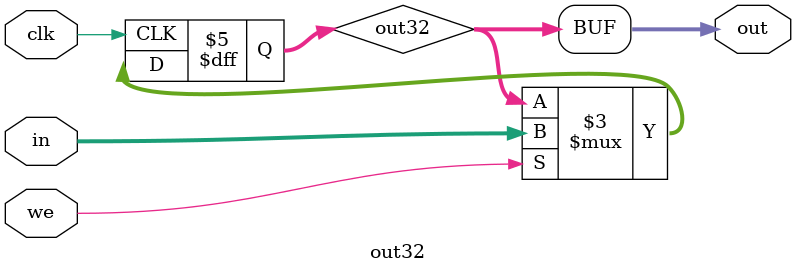
<source format=v>
module out32(clk,in,we,out);
  input we,clk;
  input [31:0]in;
  output [31:0] out;
//input [1:0] sel;
  reg [31:0] out32;
  
  initial
  begin
  #5 out32<=32'h00000000;
  # 5;
  end
  
  always@(posedge clk)
    if(we)
      out32<=in;
  
  assign out=out32;
endmodule

</source>
